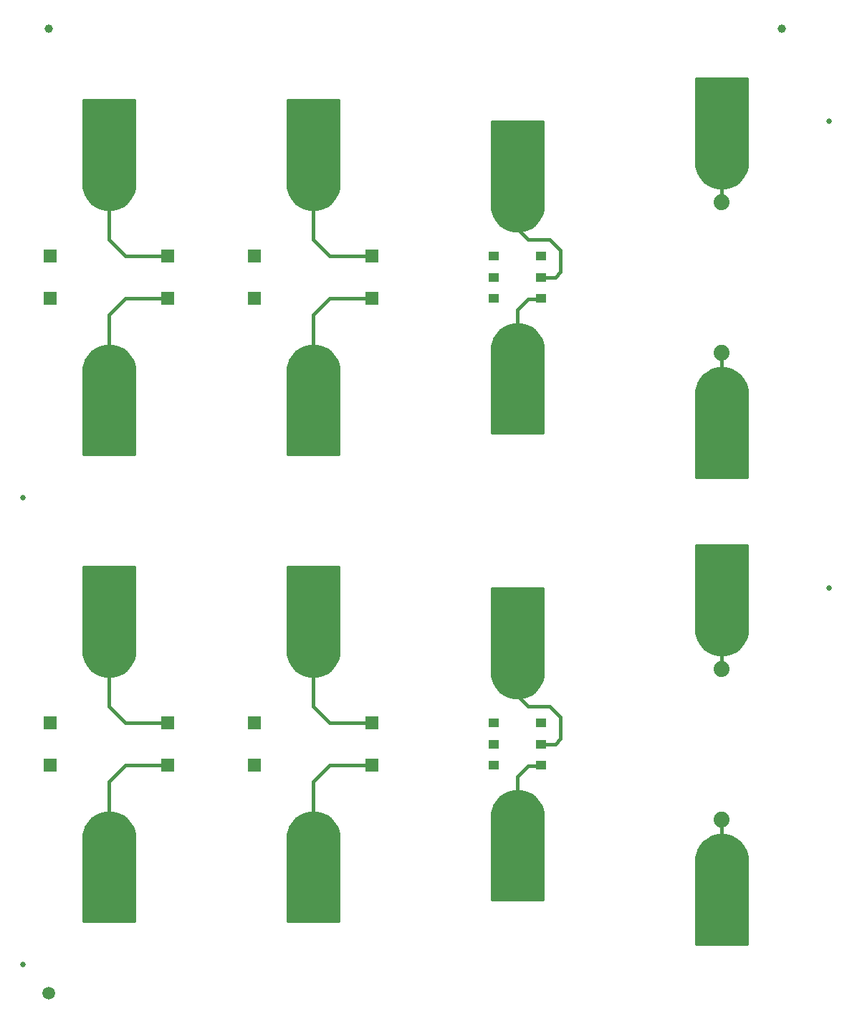
<source format=gtl>
G75*
%MOIN*%
%OFA0B0*%
%FSLAX25Y25*%
%IPPOS*%
%LPD*%
%AMOC8*
5,1,8,0,0,1.08239X$1,22.5*
%
%ADD10C,0.02500*%
%ADD11R,0.06299X0.06102*%
%ADD12C,0.07400*%
%ADD13R,0.04528X0.03937*%
%ADD14C,0.20000*%
%ADD15C,0.01000*%
%ADD16C,0.03937*%
%ADD17C,0.05906*%
%ADD18C,0.01600*%
%ADD19C,0.00800*%
D10*
X0043750Y0033750D03*
X0043750Y0250750D03*
X0418750Y0208750D03*
X0418750Y0425750D03*
D11*
X0206211Y0363093D03*
X0206211Y0343407D03*
X0151289Y0343407D03*
X0151289Y0363093D03*
X0111211Y0363093D03*
X0111211Y0343407D03*
X0056289Y0343407D03*
X0056289Y0363093D03*
X0056289Y0146093D03*
X0056289Y0126407D03*
X0111211Y0126407D03*
X0111211Y0146093D03*
X0151289Y0146093D03*
X0151289Y0126407D03*
X0206211Y0126407D03*
X0206211Y0146093D03*
D12*
X0368750Y0171250D03*
X0368750Y0101250D03*
X0368750Y0318250D03*
X0368750Y0388250D03*
D13*
X0284872Y0363093D03*
X0284872Y0353250D03*
X0284872Y0343407D03*
X0262628Y0343407D03*
X0262628Y0353250D03*
X0262628Y0363093D03*
X0262628Y0146093D03*
X0262628Y0136250D03*
X0262628Y0126407D03*
X0284872Y0126407D03*
X0284872Y0136250D03*
X0284872Y0146093D03*
D14*
X0273750Y0169750D03*
X0273750Y0192750D03*
X0273750Y0102750D03*
X0273750Y0079750D03*
X0368750Y0082250D03*
X0368750Y0059250D03*
X0368750Y0189750D03*
X0368750Y0212750D03*
X0368750Y0276250D03*
X0368750Y0299250D03*
X0273750Y0296750D03*
X0273750Y0319750D03*
X0273750Y0386750D03*
X0273750Y0409750D03*
X0368750Y0406750D03*
X0368750Y0429750D03*
X0178750Y0419750D03*
X0178750Y0396750D03*
X0178750Y0309750D03*
X0178750Y0286750D03*
X0178750Y0202750D03*
X0178750Y0179750D03*
X0178750Y0092750D03*
X0178750Y0069750D03*
X0083750Y0069750D03*
X0083750Y0092750D03*
X0083750Y0179750D03*
X0083750Y0202750D03*
X0083750Y0286750D03*
X0083750Y0309750D03*
X0083750Y0396750D03*
X0083750Y0419750D03*
D15*
X0071750Y0420166D02*
X0095750Y0420166D01*
X0095750Y0419168D02*
X0071750Y0419168D01*
X0071750Y0418169D02*
X0095750Y0418169D01*
X0095750Y0417171D02*
X0071750Y0417171D01*
X0071750Y0416172D02*
X0095750Y0416172D01*
X0095750Y0415174D02*
X0071750Y0415174D01*
X0071750Y0414175D02*
X0095750Y0414175D01*
X0095750Y0413177D02*
X0071750Y0413177D01*
X0071750Y0412178D02*
X0095750Y0412178D01*
X0095750Y0411180D02*
X0071750Y0411180D01*
X0071750Y0410181D02*
X0095750Y0410181D01*
X0095750Y0409183D02*
X0071750Y0409183D01*
X0071750Y0408184D02*
X0095750Y0408184D01*
X0095750Y0407186D02*
X0071750Y0407186D01*
X0071750Y0406187D02*
X0095750Y0406187D01*
X0095750Y0405189D02*
X0071750Y0405189D01*
X0071750Y0404190D02*
X0095750Y0404190D01*
X0095750Y0403192D02*
X0071750Y0403192D01*
X0071750Y0402193D02*
X0095750Y0402193D01*
X0095750Y0401195D02*
X0071750Y0401195D01*
X0071750Y0400196D02*
X0095750Y0400196D01*
X0095750Y0399198D02*
X0071750Y0399198D01*
X0071750Y0398199D02*
X0095750Y0398199D01*
X0095750Y0397201D02*
X0071750Y0397201D01*
X0071750Y0396750D02*
X0071872Y0395042D01*
X0072236Y0393369D01*
X0072834Y0391765D01*
X0073655Y0390262D01*
X0074681Y0388892D01*
X0075892Y0387681D01*
X0077262Y0386655D01*
X0078765Y0385834D01*
X0080369Y0385236D01*
X0082042Y0384872D01*
X0083750Y0384750D01*
X0085458Y0384872D01*
X0087131Y0385236D01*
X0088735Y0385834D01*
X0090238Y0386655D01*
X0091608Y0387681D01*
X0092819Y0388892D01*
X0093845Y0390262D01*
X0094666Y0391765D01*
X0095264Y0393369D01*
X0095628Y0395042D01*
X0095750Y0396750D01*
X0095750Y0435750D01*
X0071750Y0435750D01*
X0071750Y0396750D01*
X0071789Y0396202D02*
X0095711Y0396202D01*
X0095639Y0395204D02*
X0071861Y0395204D01*
X0072054Y0394205D02*
X0095446Y0394205D01*
X0095203Y0393207D02*
X0072297Y0393207D01*
X0072669Y0392208D02*
X0094831Y0392208D01*
X0094362Y0391210D02*
X0073138Y0391210D01*
X0073693Y0390211D02*
X0093807Y0390211D01*
X0093059Y0389213D02*
X0074441Y0389213D01*
X0075359Y0388214D02*
X0092141Y0388214D01*
X0090987Y0387216D02*
X0076513Y0387216D01*
X0078064Y0386217D02*
X0089436Y0386217D01*
X0087050Y0385219D02*
X0080450Y0385219D01*
X0071750Y0421165D02*
X0095750Y0421165D01*
X0095750Y0422163D02*
X0071750Y0422163D01*
X0071750Y0423162D02*
X0095750Y0423162D01*
X0095750Y0424160D02*
X0071750Y0424160D01*
X0071750Y0425159D02*
X0095750Y0425159D01*
X0095750Y0426158D02*
X0071750Y0426158D01*
X0071750Y0427156D02*
X0095750Y0427156D01*
X0095750Y0428155D02*
X0071750Y0428155D01*
X0071750Y0429153D02*
X0095750Y0429153D01*
X0095750Y0430152D02*
X0071750Y0430152D01*
X0071750Y0431150D02*
X0095750Y0431150D01*
X0095750Y0432149D02*
X0071750Y0432149D01*
X0071750Y0433147D02*
X0095750Y0433147D01*
X0095750Y0434146D02*
X0071750Y0434146D01*
X0071750Y0435144D02*
X0095750Y0435144D01*
X0166750Y0435144D02*
X0190750Y0435144D01*
X0190750Y0435750D02*
X0166750Y0435750D01*
X0166750Y0396750D01*
X0166872Y0395042D01*
X0167236Y0393369D01*
X0167834Y0391765D01*
X0168655Y0390262D01*
X0169681Y0388892D01*
X0170892Y0387681D01*
X0172262Y0386655D01*
X0173765Y0385834D01*
X0175369Y0385236D01*
X0177042Y0384872D01*
X0178750Y0384750D01*
X0180458Y0384872D01*
X0182131Y0385236D01*
X0183735Y0385834D01*
X0185238Y0386655D01*
X0186608Y0387681D01*
X0187819Y0388892D01*
X0188845Y0390262D01*
X0189666Y0391765D01*
X0190264Y0393369D01*
X0190628Y0395042D01*
X0190750Y0396750D01*
X0190750Y0435750D01*
X0190750Y0434146D02*
X0166750Y0434146D01*
X0166750Y0433147D02*
X0190750Y0433147D01*
X0190750Y0432149D02*
X0166750Y0432149D01*
X0166750Y0431150D02*
X0190750Y0431150D01*
X0190750Y0430152D02*
X0166750Y0430152D01*
X0166750Y0429153D02*
X0190750Y0429153D01*
X0190750Y0428155D02*
X0166750Y0428155D01*
X0166750Y0427156D02*
X0190750Y0427156D01*
X0190750Y0426158D02*
X0166750Y0426158D01*
X0166750Y0425159D02*
X0190750Y0425159D01*
X0190750Y0424160D02*
X0166750Y0424160D01*
X0166750Y0423162D02*
X0190750Y0423162D01*
X0190750Y0422163D02*
X0166750Y0422163D01*
X0166750Y0421165D02*
X0190750Y0421165D01*
X0190750Y0420166D02*
X0166750Y0420166D01*
X0166750Y0419168D02*
X0190750Y0419168D01*
X0190750Y0418169D02*
X0166750Y0418169D01*
X0166750Y0417171D02*
X0190750Y0417171D01*
X0190750Y0416172D02*
X0166750Y0416172D01*
X0166750Y0415174D02*
X0190750Y0415174D01*
X0190750Y0414175D02*
X0166750Y0414175D01*
X0166750Y0413177D02*
X0190750Y0413177D01*
X0190750Y0412178D02*
X0166750Y0412178D01*
X0166750Y0411180D02*
X0190750Y0411180D01*
X0190750Y0410181D02*
X0166750Y0410181D01*
X0166750Y0409183D02*
X0190750Y0409183D01*
X0190750Y0408184D02*
X0166750Y0408184D01*
X0166750Y0407186D02*
X0190750Y0407186D01*
X0190750Y0406187D02*
X0166750Y0406187D01*
X0166750Y0405189D02*
X0190750Y0405189D01*
X0190750Y0404190D02*
X0166750Y0404190D01*
X0166750Y0403192D02*
X0190750Y0403192D01*
X0190750Y0402193D02*
X0166750Y0402193D01*
X0166750Y0401195D02*
X0190750Y0401195D01*
X0190750Y0400196D02*
X0166750Y0400196D01*
X0166750Y0399198D02*
X0190750Y0399198D01*
X0190750Y0398199D02*
X0166750Y0398199D01*
X0166750Y0397201D02*
X0190750Y0397201D01*
X0190711Y0396202D02*
X0166789Y0396202D01*
X0166861Y0395204D02*
X0190639Y0395204D01*
X0190446Y0394205D02*
X0167054Y0394205D01*
X0167297Y0393207D02*
X0190203Y0393207D01*
X0189831Y0392208D02*
X0167669Y0392208D01*
X0168138Y0391210D02*
X0189362Y0391210D01*
X0188807Y0390211D02*
X0168693Y0390211D01*
X0169441Y0389213D02*
X0188059Y0389213D01*
X0187141Y0388214D02*
X0170359Y0388214D01*
X0171513Y0387216D02*
X0185987Y0387216D01*
X0184436Y0386217D02*
X0173064Y0386217D01*
X0175450Y0385219D02*
X0182050Y0385219D01*
X0178750Y0321750D02*
X0180458Y0321628D01*
X0182131Y0321264D01*
X0183735Y0320666D01*
X0185238Y0319845D01*
X0186608Y0318819D01*
X0187819Y0317608D01*
X0188845Y0316238D01*
X0189666Y0314735D01*
X0190264Y0313131D01*
X0190628Y0311458D01*
X0190750Y0309750D01*
X0190750Y0270750D01*
X0166750Y0270750D01*
X0166750Y0309750D01*
X0166872Y0311458D01*
X0167236Y0313131D01*
X0167834Y0314735D01*
X0168655Y0316238D01*
X0169681Y0317608D01*
X0170892Y0318819D01*
X0172262Y0319845D01*
X0173765Y0320666D01*
X0175369Y0321264D01*
X0177042Y0321628D01*
X0178750Y0321750D01*
X0175599Y0321314D02*
X0181901Y0321314D01*
X0184376Y0320315D02*
X0173124Y0320315D01*
X0171557Y0319317D02*
X0185943Y0319317D01*
X0187109Y0318318D02*
X0170391Y0318318D01*
X0169465Y0317320D02*
X0188035Y0317320D01*
X0188782Y0316321D02*
X0168718Y0316321D01*
X0168155Y0315323D02*
X0189345Y0315323D01*
X0189819Y0314324D02*
X0167681Y0314324D01*
X0167309Y0313326D02*
X0190191Y0313326D01*
X0190439Y0312327D02*
X0167061Y0312327D01*
X0166863Y0311329D02*
X0190637Y0311329D01*
X0190709Y0310330D02*
X0166791Y0310330D01*
X0166750Y0309332D02*
X0190750Y0309332D01*
X0190750Y0308333D02*
X0166750Y0308333D01*
X0166750Y0307335D02*
X0190750Y0307335D01*
X0190750Y0306336D02*
X0166750Y0306336D01*
X0166750Y0305338D02*
X0190750Y0305338D01*
X0190750Y0304339D02*
X0166750Y0304339D01*
X0166750Y0303341D02*
X0190750Y0303341D01*
X0190750Y0302342D02*
X0166750Y0302342D01*
X0166750Y0301344D02*
X0190750Y0301344D01*
X0190750Y0300345D02*
X0166750Y0300345D01*
X0166750Y0299347D02*
X0190750Y0299347D01*
X0190750Y0298348D02*
X0166750Y0298348D01*
X0166750Y0297350D02*
X0190750Y0297350D01*
X0190750Y0296351D02*
X0166750Y0296351D01*
X0166750Y0295353D02*
X0190750Y0295353D01*
X0190750Y0294354D02*
X0166750Y0294354D01*
X0166750Y0293355D02*
X0190750Y0293355D01*
X0190750Y0292357D02*
X0166750Y0292357D01*
X0166750Y0291358D02*
X0190750Y0291358D01*
X0190750Y0290360D02*
X0166750Y0290360D01*
X0166750Y0289361D02*
X0190750Y0289361D01*
X0190750Y0288363D02*
X0166750Y0288363D01*
X0166750Y0287364D02*
X0190750Y0287364D01*
X0190750Y0286366D02*
X0166750Y0286366D01*
X0166750Y0285367D02*
X0190750Y0285367D01*
X0190750Y0284369D02*
X0166750Y0284369D01*
X0166750Y0283370D02*
X0190750Y0283370D01*
X0190750Y0282372D02*
X0166750Y0282372D01*
X0166750Y0281373D02*
X0190750Y0281373D01*
X0190750Y0280375D02*
X0166750Y0280375D01*
X0166750Y0279376D02*
X0190750Y0279376D01*
X0190750Y0278378D02*
X0166750Y0278378D01*
X0166750Y0277379D02*
X0190750Y0277379D01*
X0190750Y0276381D02*
X0166750Y0276381D01*
X0166750Y0275382D02*
X0190750Y0275382D01*
X0190750Y0274384D02*
X0166750Y0274384D01*
X0166750Y0273385D02*
X0190750Y0273385D01*
X0190750Y0272387D02*
X0166750Y0272387D01*
X0166750Y0271388D02*
X0190750Y0271388D01*
X0190750Y0218750D02*
X0166750Y0218750D01*
X0166750Y0179750D01*
X0166872Y0178042D01*
X0167236Y0176369D01*
X0167834Y0174765D01*
X0168655Y0173262D01*
X0169681Y0171892D01*
X0170892Y0170681D01*
X0172262Y0169655D01*
X0173765Y0168834D01*
X0175369Y0168236D01*
X0177042Y0167872D01*
X0178750Y0167750D01*
X0180458Y0167872D01*
X0182131Y0168236D01*
X0183735Y0168834D01*
X0185238Y0169655D01*
X0186608Y0170681D01*
X0187819Y0171892D01*
X0188845Y0173262D01*
X0189666Y0174765D01*
X0190264Y0176369D01*
X0190628Y0178042D01*
X0190750Y0179750D01*
X0190750Y0218750D01*
X0190750Y0218467D02*
X0166750Y0218467D01*
X0166750Y0217469D02*
X0190750Y0217469D01*
X0190750Y0216470D02*
X0166750Y0216470D01*
X0166750Y0215472D02*
X0190750Y0215472D01*
X0190750Y0214473D02*
X0166750Y0214473D01*
X0166750Y0213475D02*
X0190750Y0213475D01*
X0190750Y0212476D02*
X0166750Y0212476D01*
X0166750Y0211478D02*
X0190750Y0211478D01*
X0190750Y0210479D02*
X0166750Y0210479D01*
X0166750Y0209481D02*
X0190750Y0209481D01*
X0190750Y0208482D02*
X0166750Y0208482D01*
X0166750Y0207484D02*
X0190750Y0207484D01*
X0190750Y0206485D02*
X0166750Y0206485D01*
X0166750Y0205487D02*
X0190750Y0205487D01*
X0190750Y0204488D02*
X0166750Y0204488D01*
X0166750Y0203489D02*
X0190750Y0203489D01*
X0190750Y0202491D02*
X0166750Y0202491D01*
X0166750Y0201492D02*
X0190750Y0201492D01*
X0190750Y0200494D02*
X0166750Y0200494D01*
X0166750Y0199495D02*
X0190750Y0199495D01*
X0190750Y0198497D02*
X0166750Y0198497D01*
X0166750Y0197498D02*
X0190750Y0197498D01*
X0190750Y0196500D02*
X0166750Y0196500D01*
X0166750Y0195501D02*
X0190750Y0195501D01*
X0190750Y0194503D02*
X0166750Y0194503D01*
X0166750Y0193504D02*
X0190750Y0193504D01*
X0190750Y0192506D02*
X0166750Y0192506D01*
X0166750Y0191507D02*
X0190750Y0191507D01*
X0190750Y0190509D02*
X0166750Y0190509D01*
X0166750Y0189510D02*
X0190750Y0189510D01*
X0190750Y0188512D02*
X0166750Y0188512D01*
X0166750Y0187513D02*
X0190750Y0187513D01*
X0190750Y0186515D02*
X0166750Y0186515D01*
X0166750Y0185516D02*
X0190750Y0185516D01*
X0190750Y0184518D02*
X0166750Y0184518D01*
X0166750Y0183519D02*
X0190750Y0183519D01*
X0190750Y0182521D02*
X0166750Y0182521D01*
X0166750Y0181522D02*
X0190750Y0181522D01*
X0190750Y0180524D02*
X0166750Y0180524D01*
X0166766Y0179525D02*
X0190734Y0179525D01*
X0190662Y0178527D02*
X0166837Y0178527D01*
X0166984Y0177528D02*
X0190516Y0177528D01*
X0190299Y0176530D02*
X0167201Y0176530D01*
X0167549Y0175531D02*
X0189951Y0175531D01*
X0189539Y0174533D02*
X0167961Y0174533D01*
X0168507Y0173534D02*
X0188993Y0173534D01*
X0188301Y0172536D02*
X0169199Y0172536D01*
X0170036Y0171537D02*
X0187464Y0171537D01*
X0186418Y0170539D02*
X0171082Y0170539D01*
X0172473Y0169540D02*
X0185027Y0169540D01*
X0182950Y0168542D02*
X0174550Y0168542D01*
X0178750Y0104750D02*
X0180458Y0104628D01*
X0182131Y0104264D01*
X0183735Y0103666D01*
X0185238Y0102845D01*
X0186608Y0101819D01*
X0187819Y0100608D01*
X0188845Y0099238D01*
X0189666Y0097735D01*
X0190264Y0096131D01*
X0190628Y0094458D01*
X0190750Y0092750D01*
X0190750Y0053750D01*
X0166750Y0053750D01*
X0166750Y0092750D01*
X0166872Y0094458D01*
X0167236Y0096131D01*
X0167834Y0097735D01*
X0168655Y0099238D01*
X0169681Y0100608D01*
X0170892Y0101819D01*
X0172262Y0102845D01*
X0173765Y0103666D01*
X0175369Y0104264D01*
X0177042Y0104628D01*
X0178750Y0104750D01*
X0177168Y0104637D02*
X0180332Y0104637D01*
X0183785Y0103638D02*
X0173715Y0103638D01*
X0171988Y0102640D02*
X0185512Y0102640D01*
X0186786Y0101641D02*
X0170714Y0101641D01*
X0169715Y0100643D02*
X0187785Y0100643D01*
X0188541Y0099644D02*
X0168959Y0099644D01*
X0168332Y0098646D02*
X0189168Y0098646D01*
X0189698Y0097647D02*
X0167802Y0097647D01*
X0167429Y0096649D02*
X0190071Y0096649D01*
X0190368Y0095650D02*
X0167132Y0095650D01*
X0166914Y0094652D02*
X0190586Y0094652D01*
X0190685Y0093653D02*
X0166815Y0093653D01*
X0166750Y0092655D02*
X0190750Y0092655D01*
X0190750Y0091656D02*
X0166750Y0091656D01*
X0166750Y0090658D02*
X0190750Y0090658D01*
X0190750Y0089659D02*
X0166750Y0089659D01*
X0166750Y0088661D02*
X0190750Y0088661D01*
X0190750Y0087662D02*
X0166750Y0087662D01*
X0166750Y0086664D02*
X0190750Y0086664D01*
X0190750Y0085665D02*
X0166750Y0085665D01*
X0166750Y0084667D02*
X0190750Y0084667D01*
X0190750Y0083668D02*
X0166750Y0083668D01*
X0166750Y0082670D02*
X0190750Y0082670D01*
X0190750Y0081671D02*
X0166750Y0081671D01*
X0166750Y0080673D02*
X0190750Y0080673D01*
X0190750Y0079674D02*
X0166750Y0079674D01*
X0166750Y0078676D02*
X0190750Y0078676D01*
X0190750Y0077677D02*
X0166750Y0077677D01*
X0166750Y0076679D02*
X0190750Y0076679D01*
X0190750Y0075680D02*
X0166750Y0075680D01*
X0166750Y0074682D02*
X0190750Y0074682D01*
X0190750Y0073683D02*
X0166750Y0073683D01*
X0166750Y0072684D02*
X0190750Y0072684D01*
X0190750Y0071686D02*
X0166750Y0071686D01*
X0166750Y0070687D02*
X0190750Y0070687D01*
X0190750Y0069689D02*
X0166750Y0069689D01*
X0166750Y0068690D02*
X0190750Y0068690D01*
X0190750Y0067692D02*
X0166750Y0067692D01*
X0166750Y0066693D02*
X0190750Y0066693D01*
X0190750Y0065695D02*
X0166750Y0065695D01*
X0166750Y0064696D02*
X0190750Y0064696D01*
X0190750Y0063698D02*
X0166750Y0063698D01*
X0166750Y0062699D02*
X0190750Y0062699D01*
X0190750Y0061701D02*
X0166750Y0061701D01*
X0166750Y0060702D02*
X0190750Y0060702D01*
X0190750Y0059704D02*
X0166750Y0059704D01*
X0166750Y0058705D02*
X0190750Y0058705D01*
X0190750Y0057707D02*
X0166750Y0057707D01*
X0166750Y0056708D02*
X0190750Y0056708D01*
X0190750Y0055710D02*
X0166750Y0055710D01*
X0166750Y0054711D02*
X0190750Y0054711D01*
X0261750Y0063750D02*
X0285750Y0063750D01*
X0285750Y0102750D01*
X0285628Y0104458D01*
X0285264Y0106131D01*
X0284666Y0107735D01*
X0283845Y0109238D01*
X0282819Y0110608D01*
X0281608Y0111819D01*
X0280238Y0112845D01*
X0278735Y0113666D01*
X0277131Y0114264D01*
X0275458Y0114628D01*
X0273750Y0114750D01*
X0272042Y0114628D01*
X0270369Y0114264D01*
X0268765Y0113666D01*
X0267262Y0112845D01*
X0265892Y0111819D01*
X0264681Y0110608D01*
X0263655Y0109238D01*
X0262834Y0107735D01*
X0262236Y0106131D01*
X0261872Y0104458D01*
X0261750Y0102750D01*
X0261750Y0063750D01*
X0261750Y0064696D02*
X0285750Y0064696D01*
X0285750Y0065695D02*
X0261750Y0065695D01*
X0261750Y0066693D02*
X0285750Y0066693D01*
X0285750Y0067692D02*
X0261750Y0067692D01*
X0261750Y0068690D02*
X0285750Y0068690D01*
X0285750Y0069689D02*
X0261750Y0069689D01*
X0261750Y0070687D02*
X0285750Y0070687D01*
X0285750Y0071686D02*
X0261750Y0071686D01*
X0261750Y0072684D02*
X0285750Y0072684D01*
X0285750Y0073683D02*
X0261750Y0073683D01*
X0261750Y0074682D02*
X0285750Y0074682D01*
X0285750Y0075680D02*
X0261750Y0075680D01*
X0261750Y0076679D02*
X0285750Y0076679D01*
X0285750Y0077677D02*
X0261750Y0077677D01*
X0261750Y0078676D02*
X0285750Y0078676D01*
X0285750Y0079674D02*
X0261750Y0079674D01*
X0261750Y0080673D02*
X0285750Y0080673D01*
X0285750Y0081671D02*
X0261750Y0081671D01*
X0261750Y0082670D02*
X0285750Y0082670D01*
X0285750Y0083668D02*
X0261750Y0083668D01*
X0261750Y0084667D02*
X0285750Y0084667D01*
X0285750Y0085665D02*
X0261750Y0085665D01*
X0261750Y0086664D02*
X0285750Y0086664D01*
X0285750Y0087662D02*
X0261750Y0087662D01*
X0261750Y0088661D02*
X0285750Y0088661D01*
X0285750Y0089659D02*
X0261750Y0089659D01*
X0261750Y0090658D02*
X0285750Y0090658D01*
X0285750Y0091656D02*
X0261750Y0091656D01*
X0261750Y0092655D02*
X0285750Y0092655D01*
X0285750Y0093653D02*
X0261750Y0093653D01*
X0261750Y0094652D02*
X0285750Y0094652D01*
X0285750Y0095650D02*
X0261750Y0095650D01*
X0261750Y0096649D02*
X0285750Y0096649D01*
X0285750Y0097647D02*
X0261750Y0097647D01*
X0261750Y0098646D02*
X0285750Y0098646D01*
X0285750Y0099644D02*
X0261750Y0099644D01*
X0261750Y0100643D02*
X0285750Y0100643D01*
X0285750Y0101641D02*
X0261750Y0101641D01*
X0261750Y0102640D02*
X0285750Y0102640D01*
X0285686Y0103638D02*
X0261814Y0103638D01*
X0261911Y0104637D02*
X0285589Y0104637D01*
X0285372Y0105635D02*
X0262128Y0105635D01*
X0262424Y0106634D02*
X0285076Y0106634D01*
X0284704Y0107632D02*
X0262796Y0107632D01*
X0263324Y0108631D02*
X0284176Y0108631D01*
X0283552Y0109629D02*
X0263948Y0109629D01*
X0264701Y0110628D02*
X0282799Y0110628D01*
X0281801Y0111626D02*
X0265699Y0111626D01*
X0266968Y0112625D02*
X0280532Y0112625D01*
X0278812Y0113623D02*
X0268688Y0113623D01*
X0272015Y0114622D02*
X0275485Y0114622D01*
X0273750Y0157750D02*
X0272042Y0157872D01*
X0270369Y0158236D01*
X0268765Y0158834D01*
X0267262Y0159655D01*
X0265892Y0160681D01*
X0264681Y0161892D01*
X0263655Y0163262D01*
X0262834Y0164765D01*
X0262236Y0166369D01*
X0261872Y0168042D01*
X0261750Y0169750D01*
X0261750Y0208750D01*
X0285750Y0208750D01*
X0285750Y0169750D01*
X0285628Y0168042D01*
X0285264Y0166369D01*
X0284666Y0164765D01*
X0283845Y0163262D01*
X0282819Y0161892D01*
X0281608Y0160681D01*
X0280238Y0159655D01*
X0278735Y0158834D01*
X0277131Y0158236D01*
X0275458Y0157872D01*
X0273750Y0157750D01*
X0269510Y0158556D02*
X0277990Y0158556D01*
X0280055Y0159555D02*
X0267445Y0159555D01*
X0266062Y0160553D02*
X0281438Y0160553D01*
X0282479Y0161552D02*
X0265021Y0161552D01*
X0264188Y0162551D02*
X0283312Y0162551D01*
X0284002Y0163549D02*
X0263498Y0163549D01*
X0262953Y0164548D02*
X0284547Y0164548D01*
X0284957Y0165546D02*
X0262543Y0165546D01*
X0262198Y0166545D02*
X0285302Y0166545D01*
X0285519Y0167543D02*
X0261981Y0167543D01*
X0261836Y0168542D02*
X0285664Y0168542D01*
X0285735Y0169540D02*
X0261765Y0169540D01*
X0261750Y0170539D02*
X0285750Y0170539D01*
X0285750Y0171537D02*
X0261750Y0171537D01*
X0261750Y0172536D02*
X0285750Y0172536D01*
X0285750Y0173534D02*
X0261750Y0173534D01*
X0261750Y0174533D02*
X0285750Y0174533D01*
X0285750Y0175531D02*
X0261750Y0175531D01*
X0261750Y0176530D02*
X0285750Y0176530D01*
X0285750Y0177528D02*
X0261750Y0177528D01*
X0261750Y0178527D02*
X0285750Y0178527D01*
X0285750Y0179525D02*
X0261750Y0179525D01*
X0261750Y0180524D02*
X0285750Y0180524D01*
X0285750Y0181522D02*
X0261750Y0181522D01*
X0261750Y0182521D02*
X0285750Y0182521D01*
X0285750Y0183519D02*
X0261750Y0183519D01*
X0261750Y0184518D02*
X0285750Y0184518D01*
X0285750Y0185516D02*
X0261750Y0185516D01*
X0261750Y0186515D02*
X0285750Y0186515D01*
X0285750Y0187513D02*
X0261750Y0187513D01*
X0261750Y0188512D02*
X0285750Y0188512D01*
X0285750Y0189510D02*
X0261750Y0189510D01*
X0261750Y0190509D02*
X0285750Y0190509D01*
X0285750Y0191507D02*
X0261750Y0191507D01*
X0261750Y0192506D02*
X0285750Y0192506D01*
X0285750Y0193504D02*
X0261750Y0193504D01*
X0261750Y0194503D02*
X0285750Y0194503D01*
X0285750Y0195501D02*
X0261750Y0195501D01*
X0261750Y0196500D02*
X0285750Y0196500D01*
X0285750Y0197498D02*
X0261750Y0197498D01*
X0261750Y0198497D02*
X0285750Y0198497D01*
X0285750Y0199495D02*
X0261750Y0199495D01*
X0261750Y0200494D02*
X0285750Y0200494D01*
X0285750Y0201492D02*
X0261750Y0201492D01*
X0261750Y0202491D02*
X0285750Y0202491D01*
X0285750Y0203489D02*
X0261750Y0203489D01*
X0261750Y0204488D02*
X0285750Y0204488D01*
X0285750Y0205487D02*
X0261750Y0205487D01*
X0261750Y0206485D02*
X0285750Y0206485D01*
X0285750Y0207484D02*
X0261750Y0207484D01*
X0261750Y0208482D02*
X0285750Y0208482D01*
X0356750Y0208482D02*
X0380750Y0208482D01*
X0380750Y0207484D02*
X0356750Y0207484D01*
X0356750Y0206485D02*
X0380750Y0206485D01*
X0380750Y0205487D02*
X0356750Y0205487D01*
X0356750Y0204488D02*
X0380750Y0204488D01*
X0380750Y0203489D02*
X0356750Y0203489D01*
X0356750Y0202491D02*
X0380750Y0202491D01*
X0380750Y0201492D02*
X0356750Y0201492D01*
X0356750Y0200494D02*
X0380750Y0200494D01*
X0380750Y0199495D02*
X0356750Y0199495D01*
X0356750Y0198497D02*
X0380750Y0198497D01*
X0380750Y0197498D02*
X0356750Y0197498D01*
X0356750Y0196500D02*
X0380750Y0196500D01*
X0380750Y0195501D02*
X0356750Y0195501D01*
X0356750Y0194503D02*
X0380750Y0194503D01*
X0380750Y0193504D02*
X0356750Y0193504D01*
X0356750Y0192506D02*
X0380750Y0192506D01*
X0380750Y0191507D02*
X0356750Y0191507D01*
X0356750Y0190509D02*
X0380750Y0190509D01*
X0380750Y0189750D02*
X0380750Y0228750D01*
X0356750Y0228750D01*
X0356750Y0189750D01*
X0356872Y0188042D01*
X0357236Y0186369D01*
X0357834Y0184765D01*
X0358655Y0183262D01*
X0359681Y0181892D01*
X0360892Y0180681D01*
X0362262Y0179655D01*
X0363765Y0178834D01*
X0365369Y0178236D01*
X0367042Y0177872D01*
X0368750Y0177750D01*
X0370458Y0177872D01*
X0372131Y0178236D01*
X0373735Y0178834D01*
X0375238Y0179655D01*
X0376608Y0180681D01*
X0377819Y0181892D01*
X0378845Y0183262D01*
X0379666Y0184765D01*
X0380264Y0186369D01*
X0380628Y0188042D01*
X0380750Y0189750D01*
X0380733Y0189510D02*
X0356767Y0189510D01*
X0356839Y0188512D02*
X0380661Y0188512D01*
X0380513Y0187513D02*
X0356987Y0187513D01*
X0357204Y0186515D02*
X0380296Y0186515D01*
X0379946Y0185516D02*
X0357554Y0185516D01*
X0357969Y0184518D02*
X0379531Y0184518D01*
X0378985Y0183519D02*
X0358515Y0183519D01*
X0359210Y0182521D02*
X0378290Y0182521D01*
X0377450Y0181522D02*
X0360050Y0181522D01*
X0361102Y0180524D02*
X0376398Y0180524D01*
X0375000Y0179525D02*
X0362500Y0179525D01*
X0364590Y0178527D02*
X0372910Y0178527D01*
X0380750Y0209481D02*
X0356750Y0209481D01*
X0356750Y0210479D02*
X0380750Y0210479D01*
X0380750Y0211478D02*
X0356750Y0211478D01*
X0356750Y0212476D02*
X0380750Y0212476D01*
X0380750Y0213475D02*
X0356750Y0213475D01*
X0356750Y0214473D02*
X0380750Y0214473D01*
X0380750Y0215472D02*
X0356750Y0215472D01*
X0356750Y0216470D02*
X0380750Y0216470D01*
X0380750Y0217469D02*
X0356750Y0217469D01*
X0356750Y0218467D02*
X0380750Y0218467D01*
X0380750Y0219466D02*
X0356750Y0219466D01*
X0356750Y0220464D02*
X0380750Y0220464D01*
X0380750Y0221463D02*
X0356750Y0221463D01*
X0356750Y0222461D02*
X0380750Y0222461D01*
X0380750Y0223460D02*
X0356750Y0223460D01*
X0356750Y0224458D02*
X0380750Y0224458D01*
X0380750Y0225457D02*
X0356750Y0225457D01*
X0356750Y0226455D02*
X0380750Y0226455D01*
X0380750Y0227454D02*
X0356750Y0227454D01*
X0356750Y0228452D02*
X0380750Y0228452D01*
X0380750Y0260250D02*
X0356750Y0260250D01*
X0356750Y0299250D01*
X0356872Y0300958D01*
X0357236Y0302631D01*
X0357834Y0304235D01*
X0358655Y0305738D01*
X0359681Y0307108D01*
X0360892Y0308319D01*
X0362262Y0309345D01*
X0363765Y0310166D01*
X0365369Y0310764D01*
X0367042Y0311128D01*
X0368750Y0311250D01*
X0370458Y0311128D01*
X0372131Y0310764D01*
X0373735Y0310166D01*
X0375238Y0309345D01*
X0376608Y0308319D01*
X0377819Y0307108D01*
X0378845Y0305738D01*
X0379666Y0304235D01*
X0380264Y0302631D01*
X0380628Y0300958D01*
X0380750Y0299250D01*
X0380750Y0260250D01*
X0380750Y0260405D02*
X0356750Y0260405D01*
X0356750Y0261403D02*
X0380750Y0261403D01*
X0380750Y0262402D02*
X0356750Y0262402D01*
X0356750Y0263400D02*
X0380750Y0263400D01*
X0380750Y0264399D02*
X0356750Y0264399D01*
X0356750Y0265397D02*
X0380750Y0265397D01*
X0380750Y0266396D02*
X0356750Y0266396D01*
X0356750Y0267394D02*
X0380750Y0267394D01*
X0380750Y0268393D02*
X0356750Y0268393D01*
X0356750Y0269391D02*
X0380750Y0269391D01*
X0380750Y0270390D02*
X0356750Y0270390D01*
X0356750Y0271388D02*
X0380750Y0271388D01*
X0380750Y0272387D02*
X0356750Y0272387D01*
X0356750Y0273385D02*
X0380750Y0273385D01*
X0380750Y0274384D02*
X0356750Y0274384D01*
X0356750Y0275382D02*
X0380750Y0275382D01*
X0380750Y0276381D02*
X0356750Y0276381D01*
X0356750Y0277379D02*
X0380750Y0277379D01*
X0380750Y0278378D02*
X0356750Y0278378D01*
X0356750Y0279376D02*
X0380750Y0279376D01*
X0380750Y0280375D02*
X0356750Y0280375D01*
X0356750Y0281373D02*
X0380750Y0281373D01*
X0380750Y0282372D02*
X0356750Y0282372D01*
X0356750Y0283370D02*
X0380750Y0283370D01*
X0380750Y0284369D02*
X0356750Y0284369D01*
X0356750Y0285367D02*
X0380750Y0285367D01*
X0380750Y0286366D02*
X0356750Y0286366D01*
X0356750Y0287364D02*
X0380750Y0287364D01*
X0380750Y0288363D02*
X0356750Y0288363D01*
X0356750Y0289361D02*
X0380750Y0289361D01*
X0380750Y0290360D02*
X0356750Y0290360D01*
X0356750Y0291358D02*
X0380750Y0291358D01*
X0380750Y0292357D02*
X0356750Y0292357D01*
X0356750Y0293355D02*
X0380750Y0293355D01*
X0380750Y0294354D02*
X0356750Y0294354D01*
X0356750Y0295353D02*
X0380750Y0295353D01*
X0380750Y0296351D02*
X0356750Y0296351D01*
X0356750Y0297350D02*
X0380750Y0297350D01*
X0380750Y0298348D02*
X0356750Y0298348D01*
X0356757Y0299347D02*
X0380743Y0299347D01*
X0380672Y0300345D02*
X0356828Y0300345D01*
X0356956Y0301344D02*
X0380544Y0301344D01*
X0380327Y0302342D02*
X0357173Y0302342D01*
X0357501Y0303341D02*
X0379999Y0303341D01*
X0379609Y0304339D02*
X0357891Y0304339D01*
X0358437Y0305338D02*
X0379063Y0305338D01*
X0378397Y0306336D02*
X0359103Y0306336D01*
X0359907Y0307335D02*
X0377593Y0307335D01*
X0376589Y0308333D02*
X0360911Y0308333D01*
X0362244Y0309332D02*
X0375256Y0309332D01*
X0373294Y0310330D02*
X0364206Y0310330D01*
X0285750Y0310330D02*
X0261750Y0310330D01*
X0261750Y0309332D02*
X0285750Y0309332D01*
X0285750Y0308333D02*
X0261750Y0308333D01*
X0261750Y0307335D02*
X0285750Y0307335D01*
X0285750Y0306336D02*
X0261750Y0306336D01*
X0261750Y0305338D02*
X0285750Y0305338D01*
X0285750Y0304339D02*
X0261750Y0304339D01*
X0261750Y0303341D02*
X0285750Y0303341D01*
X0285750Y0302342D02*
X0261750Y0302342D01*
X0261750Y0301344D02*
X0285750Y0301344D01*
X0285750Y0300345D02*
X0261750Y0300345D01*
X0261750Y0299347D02*
X0285750Y0299347D01*
X0285750Y0298348D02*
X0261750Y0298348D01*
X0261750Y0297350D02*
X0285750Y0297350D01*
X0285750Y0296351D02*
X0261750Y0296351D01*
X0261750Y0295353D02*
X0285750Y0295353D01*
X0285750Y0294354D02*
X0261750Y0294354D01*
X0261750Y0293355D02*
X0285750Y0293355D01*
X0285750Y0292357D02*
X0261750Y0292357D01*
X0261750Y0291358D02*
X0285750Y0291358D01*
X0285750Y0290360D02*
X0261750Y0290360D01*
X0261750Y0289361D02*
X0285750Y0289361D01*
X0285750Y0288363D02*
X0261750Y0288363D01*
X0261750Y0287364D02*
X0285750Y0287364D01*
X0285750Y0286366D02*
X0261750Y0286366D01*
X0261750Y0285367D02*
X0285750Y0285367D01*
X0285750Y0284369D02*
X0261750Y0284369D01*
X0261750Y0283370D02*
X0285750Y0283370D01*
X0285750Y0282372D02*
X0261750Y0282372D01*
X0261750Y0281373D02*
X0285750Y0281373D01*
X0285750Y0280750D02*
X0285750Y0319750D01*
X0285628Y0321458D01*
X0285264Y0323131D01*
X0284666Y0324735D01*
X0283845Y0326238D01*
X0282819Y0327608D01*
X0281608Y0328819D01*
X0280238Y0329845D01*
X0278735Y0330666D01*
X0277131Y0331264D01*
X0275458Y0331628D01*
X0273750Y0331750D01*
X0272042Y0331628D01*
X0270369Y0331264D01*
X0268765Y0330666D01*
X0267262Y0329845D01*
X0265892Y0328819D01*
X0264681Y0327608D01*
X0263655Y0326238D01*
X0262834Y0324735D01*
X0262236Y0323131D01*
X0261872Y0321458D01*
X0261750Y0319750D01*
X0261750Y0280750D01*
X0285750Y0280750D01*
X0285750Y0311329D02*
X0261750Y0311329D01*
X0261750Y0312327D02*
X0285750Y0312327D01*
X0285750Y0313326D02*
X0261750Y0313326D01*
X0261750Y0314324D02*
X0285750Y0314324D01*
X0285750Y0315323D02*
X0261750Y0315323D01*
X0261750Y0316321D02*
X0285750Y0316321D01*
X0285750Y0317320D02*
X0261750Y0317320D01*
X0261750Y0318318D02*
X0285750Y0318318D01*
X0285750Y0319317D02*
X0261750Y0319317D01*
X0261790Y0320315D02*
X0285710Y0320315D01*
X0285638Y0321314D02*
X0261862Y0321314D01*
X0262058Y0322312D02*
X0285442Y0322312D01*
X0285197Y0323311D02*
X0262303Y0323311D01*
X0262676Y0324309D02*
X0284824Y0324309D01*
X0284353Y0325308D02*
X0263147Y0325308D01*
X0263706Y0326306D02*
X0283794Y0326306D01*
X0283046Y0327305D02*
X0264454Y0327305D01*
X0265376Y0328303D02*
X0282124Y0328303D01*
X0280963Y0329302D02*
X0266537Y0329302D01*
X0268096Y0330300D02*
X0279404Y0330300D01*
X0276970Y0331299D02*
X0270530Y0331299D01*
X0273750Y0374750D02*
X0272042Y0374872D01*
X0270369Y0375236D01*
X0268765Y0375834D01*
X0267262Y0376655D01*
X0265892Y0377681D01*
X0264681Y0378892D01*
X0263655Y0380262D01*
X0262834Y0381765D01*
X0262236Y0383369D01*
X0261872Y0385042D01*
X0261750Y0386750D01*
X0261750Y0425750D01*
X0285750Y0425750D01*
X0285750Y0386750D01*
X0285628Y0385042D01*
X0285264Y0383369D01*
X0284666Y0381765D01*
X0283845Y0380262D01*
X0282819Y0378892D01*
X0281608Y0377681D01*
X0280238Y0376655D01*
X0278735Y0375834D01*
X0277131Y0375236D01*
X0275458Y0374872D01*
X0273750Y0374750D01*
X0270381Y0375233D02*
X0277119Y0375233D01*
X0279463Y0376232D02*
X0268037Y0376232D01*
X0266494Y0377230D02*
X0281006Y0377230D01*
X0282156Y0378229D02*
X0265344Y0378229D01*
X0264430Y0379227D02*
X0283070Y0379227D01*
X0283818Y0380226D02*
X0263682Y0380226D01*
X0263130Y0381224D02*
X0284370Y0381224D01*
X0284836Y0382223D02*
X0262664Y0382223D01*
X0262291Y0383222D02*
X0285209Y0383222D01*
X0285449Y0384220D02*
X0262051Y0384220D01*
X0261860Y0385219D02*
X0285640Y0385219D01*
X0285712Y0386217D02*
X0261788Y0386217D01*
X0261750Y0387216D02*
X0285750Y0387216D01*
X0285750Y0388214D02*
X0261750Y0388214D01*
X0261750Y0389213D02*
X0285750Y0389213D01*
X0285750Y0390211D02*
X0261750Y0390211D01*
X0261750Y0391210D02*
X0285750Y0391210D01*
X0285750Y0392208D02*
X0261750Y0392208D01*
X0261750Y0393207D02*
X0285750Y0393207D01*
X0285750Y0394205D02*
X0261750Y0394205D01*
X0261750Y0395204D02*
X0285750Y0395204D01*
X0285750Y0396202D02*
X0261750Y0396202D01*
X0261750Y0397201D02*
X0285750Y0397201D01*
X0285750Y0398199D02*
X0261750Y0398199D01*
X0261750Y0399198D02*
X0285750Y0399198D01*
X0285750Y0400196D02*
X0261750Y0400196D01*
X0261750Y0401195D02*
X0285750Y0401195D01*
X0285750Y0402193D02*
X0261750Y0402193D01*
X0261750Y0403192D02*
X0285750Y0403192D01*
X0285750Y0404190D02*
X0261750Y0404190D01*
X0261750Y0405189D02*
X0285750Y0405189D01*
X0285750Y0406187D02*
X0261750Y0406187D01*
X0261750Y0407186D02*
X0285750Y0407186D01*
X0285750Y0408184D02*
X0261750Y0408184D01*
X0261750Y0409183D02*
X0285750Y0409183D01*
X0285750Y0410181D02*
X0261750Y0410181D01*
X0261750Y0411180D02*
X0285750Y0411180D01*
X0285750Y0412178D02*
X0261750Y0412178D01*
X0261750Y0413177D02*
X0285750Y0413177D01*
X0285750Y0414175D02*
X0261750Y0414175D01*
X0261750Y0415174D02*
X0285750Y0415174D01*
X0285750Y0416172D02*
X0261750Y0416172D01*
X0261750Y0417171D02*
X0285750Y0417171D01*
X0285750Y0418169D02*
X0261750Y0418169D01*
X0261750Y0419168D02*
X0285750Y0419168D01*
X0285750Y0420166D02*
X0261750Y0420166D01*
X0261750Y0421165D02*
X0285750Y0421165D01*
X0285750Y0422163D02*
X0261750Y0422163D01*
X0261750Y0423162D02*
X0285750Y0423162D01*
X0285750Y0424160D02*
X0261750Y0424160D01*
X0261750Y0425159D02*
X0285750Y0425159D01*
X0356750Y0425159D02*
X0380750Y0425159D01*
X0380750Y0426158D02*
X0356750Y0426158D01*
X0356750Y0427156D02*
X0380750Y0427156D01*
X0380750Y0428155D02*
X0356750Y0428155D01*
X0356750Y0429153D02*
X0380750Y0429153D01*
X0380750Y0430152D02*
X0356750Y0430152D01*
X0356750Y0431150D02*
X0380750Y0431150D01*
X0380750Y0432149D02*
X0356750Y0432149D01*
X0356750Y0433147D02*
X0380750Y0433147D01*
X0380750Y0434146D02*
X0356750Y0434146D01*
X0356750Y0435144D02*
X0380750Y0435144D01*
X0380750Y0436143D02*
X0356750Y0436143D01*
X0356750Y0437141D02*
X0380750Y0437141D01*
X0380750Y0438140D02*
X0356750Y0438140D01*
X0356750Y0439138D02*
X0380750Y0439138D01*
X0380750Y0440137D02*
X0356750Y0440137D01*
X0356750Y0441135D02*
X0380750Y0441135D01*
X0380750Y0442134D02*
X0356750Y0442134D01*
X0356750Y0443132D02*
X0380750Y0443132D01*
X0380750Y0444131D02*
X0356750Y0444131D01*
X0356750Y0445129D02*
X0380750Y0445129D01*
X0380750Y0445750D02*
X0356750Y0445750D01*
X0356750Y0406750D01*
X0356872Y0405042D01*
X0357236Y0403369D01*
X0357834Y0401765D01*
X0358655Y0400262D01*
X0359681Y0398892D01*
X0360892Y0397681D01*
X0362262Y0396655D01*
X0363765Y0395834D01*
X0365369Y0395236D01*
X0367042Y0394872D01*
X0368750Y0394750D01*
X0370458Y0394872D01*
X0372131Y0395236D01*
X0373735Y0395834D01*
X0375238Y0396655D01*
X0376608Y0397681D01*
X0377819Y0398892D01*
X0378845Y0400262D01*
X0379666Y0401765D01*
X0380264Y0403369D01*
X0380628Y0405042D01*
X0380750Y0406750D01*
X0380750Y0445750D01*
X0380750Y0424160D02*
X0356750Y0424160D01*
X0356750Y0423162D02*
X0380750Y0423162D01*
X0380750Y0422163D02*
X0356750Y0422163D01*
X0356750Y0421165D02*
X0380750Y0421165D01*
X0380750Y0420166D02*
X0356750Y0420166D01*
X0356750Y0419168D02*
X0380750Y0419168D01*
X0380750Y0418169D02*
X0356750Y0418169D01*
X0356750Y0417171D02*
X0380750Y0417171D01*
X0380750Y0416172D02*
X0356750Y0416172D01*
X0356750Y0415174D02*
X0380750Y0415174D01*
X0380750Y0414175D02*
X0356750Y0414175D01*
X0356750Y0413177D02*
X0380750Y0413177D01*
X0380750Y0412178D02*
X0356750Y0412178D01*
X0356750Y0411180D02*
X0380750Y0411180D01*
X0380750Y0410181D02*
X0356750Y0410181D01*
X0356750Y0409183D02*
X0380750Y0409183D01*
X0380750Y0408184D02*
X0356750Y0408184D01*
X0356750Y0407186D02*
X0380750Y0407186D01*
X0380710Y0406187D02*
X0356790Y0406187D01*
X0356862Y0405189D02*
X0380638Y0405189D01*
X0380443Y0404190D02*
X0357057Y0404190D01*
X0357302Y0403192D02*
X0380198Y0403192D01*
X0379825Y0402193D02*
X0357675Y0402193D01*
X0358146Y0401195D02*
X0379354Y0401195D01*
X0378796Y0400196D02*
X0358704Y0400196D01*
X0359452Y0399198D02*
X0378048Y0399198D01*
X0377127Y0398199D02*
X0360373Y0398199D01*
X0361533Y0397201D02*
X0375967Y0397201D01*
X0374408Y0396202D02*
X0363092Y0396202D01*
X0365518Y0395204D02*
X0371982Y0395204D01*
X0095264Y0313131D02*
X0095628Y0311458D01*
X0095750Y0309750D01*
X0095750Y0270750D01*
X0071750Y0270750D01*
X0071750Y0309750D01*
X0071872Y0311458D01*
X0072236Y0313131D01*
X0072834Y0314735D01*
X0073655Y0316238D01*
X0074681Y0317608D01*
X0075892Y0318819D01*
X0077262Y0319845D01*
X0078765Y0320666D01*
X0080369Y0321264D01*
X0082042Y0321628D01*
X0083750Y0321750D01*
X0085458Y0321628D01*
X0087131Y0321264D01*
X0088735Y0320666D01*
X0090238Y0319845D01*
X0091608Y0318819D01*
X0092819Y0317608D01*
X0093845Y0316238D01*
X0094666Y0314735D01*
X0095264Y0313131D01*
X0095191Y0313326D02*
X0072309Y0313326D01*
X0072061Y0312327D02*
X0095439Y0312327D01*
X0095637Y0311329D02*
X0071863Y0311329D01*
X0071791Y0310330D02*
X0095709Y0310330D01*
X0095750Y0309332D02*
X0071750Y0309332D01*
X0071750Y0308333D02*
X0095750Y0308333D01*
X0095750Y0307335D02*
X0071750Y0307335D01*
X0071750Y0306336D02*
X0095750Y0306336D01*
X0095750Y0305338D02*
X0071750Y0305338D01*
X0071750Y0304339D02*
X0095750Y0304339D01*
X0095750Y0303341D02*
X0071750Y0303341D01*
X0071750Y0302342D02*
X0095750Y0302342D01*
X0095750Y0301344D02*
X0071750Y0301344D01*
X0071750Y0300345D02*
X0095750Y0300345D01*
X0095750Y0299347D02*
X0071750Y0299347D01*
X0071750Y0298348D02*
X0095750Y0298348D01*
X0095750Y0297350D02*
X0071750Y0297350D01*
X0071750Y0296351D02*
X0095750Y0296351D01*
X0095750Y0295353D02*
X0071750Y0295353D01*
X0071750Y0294354D02*
X0095750Y0294354D01*
X0095750Y0293355D02*
X0071750Y0293355D01*
X0071750Y0292357D02*
X0095750Y0292357D01*
X0095750Y0291358D02*
X0071750Y0291358D01*
X0071750Y0290360D02*
X0095750Y0290360D01*
X0095750Y0289361D02*
X0071750Y0289361D01*
X0071750Y0288363D02*
X0095750Y0288363D01*
X0095750Y0287364D02*
X0071750Y0287364D01*
X0071750Y0286366D02*
X0095750Y0286366D01*
X0095750Y0285367D02*
X0071750Y0285367D01*
X0071750Y0284369D02*
X0095750Y0284369D01*
X0095750Y0283370D02*
X0071750Y0283370D01*
X0071750Y0282372D02*
X0095750Y0282372D01*
X0095750Y0281373D02*
X0071750Y0281373D01*
X0071750Y0280375D02*
X0095750Y0280375D01*
X0095750Y0279376D02*
X0071750Y0279376D01*
X0071750Y0278378D02*
X0095750Y0278378D01*
X0095750Y0277379D02*
X0071750Y0277379D01*
X0071750Y0276381D02*
X0095750Y0276381D01*
X0095750Y0275382D02*
X0071750Y0275382D01*
X0071750Y0274384D02*
X0095750Y0274384D01*
X0095750Y0273385D02*
X0071750Y0273385D01*
X0071750Y0272387D02*
X0095750Y0272387D01*
X0095750Y0271388D02*
X0071750Y0271388D01*
X0072681Y0314324D02*
X0094819Y0314324D01*
X0094345Y0315323D02*
X0073155Y0315323D01*
X0073718Y0316321D02*
X0093782Y0316321D01*
X0093035Y0317320D02*
X0074465Y0317320D01*
X0075391Y0318318D02*
X0092109Y0318318D01*
X0090943Y0319317D02*
X0076557Y0319317D01*
X0078124Y0320315D02*
X0089376Y0320315D01*
X0086901Y0321314D02*
X0080599Y0321314D01*
X0071750Y0218750D02*
X0071750Y0179750D01*
X0071872Y0178042D01*
X0072236Y0176369D01*
X0072834Y0174765D01*
X0073655Y0173262D01*
X0074681Y0171892D01*
X0075892Y0170681D01*
X0077262Y0169655D01*
X0078765Y0168834D01*
X0080369Y0168236D01*
X0082042Y0167872D01*
X0083750Y0167750D01*
X0085458Y0167872D01*
X0087131Y0168236D01*
X0088735Y0168834D01*
X0090238Y0169655D01*
X0091608Y0170681D01*
X0092819Y0171892D01*
X0093845Y0173262D01*
X0094666Y0174765D01*
X0095264Y0176369D01*
X0095628Y0178042D01*
X0095750Y0179750D01*
X0095750Y0218750D01*
X0071750Y0218750D01*
X0071750Y0218467D02*
X0095750Y0218467D01*
X0095750Y0217469D02*
X0071750Y0217469D01*
X0071750Y0216470D02*
X0095750Y0216470D01*
X0095750Y0215472D02*
X0071750Y0215472D01*
X0071750Y0214473D02*
X0095750Y0214473D01*
X0095750Y0213475D02*
X0071750Y0213475D01*
X0071750Y0212476D02*
X0095750Y0212476D01*
X0095750Y0211478D02*
X0071750Y0211478D01*
X0071750Y0210479D02*
X0095750Y0210479D01*
X0095750Y0209481D02*
X0071750Y0209481D01*
X0071750Y0208482D02*
X0095750Y0208482D01*
X0095750Y0207484D02*
X0071750Y0207484D01*
X0071750Y0206485D02*
X0095750Y0206485D01*
X0095750Y0205487D02*
X0071750Y0205487D01*
X0071750Y0204488D02*
X0095750Y0204488D01*
X0095750Y0203489D02*
X0071750Y0203489D01*
X0071750Y0202491D02*
X0095750Y0202491D01*
X0095750Y0201492D02*
X0071750Y0201492D01*
X0071750Y0200494D02*
X0095750Y0200494D01*
X0095750Y0199495D02*
X0071750Y0199495D01*
X0071750Y0198497D02*
X0095750Y0198497D01*
X0095750Y0197498D02*
X0071750Y0197498D01*
X0071750Y0196500D02*
X0095750Y0196500D01*
X0095750Y0195501D02*
X0071750Y0195501D01*
X0071750Y0194503D02*
X0095750Y0194503D01*
X0095750Y0193504D02*
X0071750Y0193504D01*
X0071750Y0192506D02*
X0095750Y0192506D01*
X0095750Y0191507D02*
X0071750Y0191507D01*
X0071750Y0190509D02*
X0095750Y0190509D01*
X0095750Y0189510D02*
X0071750Y0189510D01*
X0071750Y0188512D02*
X0095750Y0188512D01*
X0095750Y0187513D02*
X0071750Y0187513D01*
X0071750Y0186515D02*
X0095750Y0186515D01*
X0095750Y0185516D02*
X0071750Y0185516D01*
X0071750Y0184518D02*
X0095750Y0184518D01*
X0095750Y0183519D02*
X0071750Y0183519D01*
X0071750Y0182521D02*
X0095750Y0182521D01*
X0095750Y0181522D02*
X0071750Y0181522D01*
X0071750Y0180524D02*
X0095750Y0180524D01*
X0095734Y0179525D02*
X0071766Y0179525D01*
X0071837Y0178527D02*
X0095662Y0178527D01*
X0095516Y0177528D02*
X0071984Y0177528D01*
X0072201Y0176530D02*
X0095299Y0176530D01*
X0094951Y0175531D02*
X0072549Y0175531D01*
X0072961Y0174533D02*
X0094539Y0174533D01*
X0093993Y0173534D02*
X0073507Y0173534D01*
X0074199Y0172536D02*
X0093301Y0172536D01*
X0092464Y0171537D02*
X0075036Y0171537D01*
X0076082Y0170539D02*
X0091418Y0170539D01*
X0090027Y0169540D02*
X0077473Y0169540D01*
X0079550Y0168542D02*
X0087950Y0168542D01*
X0083750Y0104750D02*
X0085458Y0104628D01*
X0087131Y0104264D01*
X0088735Y0103666D01*
X0090238Y0102845D01*
X0091608Y0101819D01*
X0092819Y0100608D01*
X0093845Y0099238D01*
X0094666Y0097735D01*
X0095264Y0096131D01*
X0095628Y0094458D01*
X0095750Y0092750D01*
X0095750Y0053750D01*
X0071750Y0053750D01*
X0071750Y0092750D01*
X0071872Y0094458D01*
X0072236Y0096131D01*
X0072834Y0097735D01*
X0073655Y0099238D01*
X0074681Y0100608D01*
X0075892Y0101819D01*
X0077262Y0102845D01*
X0078765Y0103666D01*
X0080369Y0104264D01*
X0082042Y0104628D01*
X0083750Y0104750D01*
X0082168Y0104637D02*
X0085332Y0104637D01*
X0088785Y0103638D02*
X0078715Y0103638D01*
X0076988Y0102640D02*
X0090512Y0102640D01*
X0091786Y0101641D02*
X0075714Y0101641D01*
X0074715Y0100643D02*
X0092785Y0100643D01*
X0093541Y0099644D02*
X0073959Y0099644D01*
X0073332Y0098646D02*
X0094168Y0098646D01*
X0094698Y0097647D02*
X0072802Y0097647D01*
X0072429Y0096649D02*
X0095071Y0096649D01*
X0095368Y0095650D02*
X0072132Y0095650D01*
X0071914Y0094652D02*
X0095586Y0094652D01*
X0095685Y0093653D02*
X0071815Y0093653D01*
X0071750Y0092655D02*
X0095750Y0092655D01*
X0095750Y0091656D02*
X0071750Y0091656D01*
X0071750Y0090658D02*
X0095750Y0090658D01*
X0095750Y0089659D02*
X0071750Y0089659D01*
X0071750Y0088661D02*
X0095750Y0088661D01*
X0095750Y0087662D02*
X0071750Y0087662D01*
X0071750Y0086664D02*
X0095750Y0086664D01*
X0095750Y0085665D02*
X0071750Y0085665D01*
X0071750Y0084667D02*
X0095750Y0084667D01*
X0095750Y0083668D02*
X0071750Y0083668D01*
X0071750Y0082670D02*
X0095750Y0082670D01*
X0095750Y0081671D02*
X0071750Y0081671D01*
X0071750Y0080673D02*
X0095750Y0080673D01*
X0095750Y0079674D02*
X0071750Y0079674D01*
X0071750Y0078676D02*
X0095750Y0078676D01*
X0095750Y0077677D02*
X0071750Y0077677D01*
X0071750Y0076679D02*
X0095750Y0076679D01*
X0095750Y0075680D02*
X0071750Y0075680D01*
X0071750Y0074682D02*
X0095750Y0074682D01*
X0095750Y0073683D02*
X0071750Y0073683D01*
X0071750Y0072684D02*
X0095750Y0072684D01*
X0095750Y0071686D02*
X0071750Y0071686D01*
X0071750Y0070687D02*
X0095750Y0070687D01*
X0095750Y0069689D02*
X0071750Y0069689D01*
X0071750Y0068690D02*
X0095750Y0068690D01*
X0095750Y0067692D02*
X0071750Y0067692D01*
X0071750Y0066693D02*
X0095750Y0066693D01*
X0095750Y0065695D02*
X0071750Y0065695D01*
X0071750Y0064696D02*
X0095750Y0064696D01*
X0095750Y0063698D02*
X0071750Y0063698D01*
X0071750Y0062699D02*
X0095750Y0062699D01*
X0095750Y0061701D02*
X0071750Y0061701D01*
X0071750Y0060702D02*
X0095750Y0060702D01*
X0095750Y0059704D02*
X0071750Y0059704D01*
X0071750Y0058705D02*
X0095750Y0058705D01*
X0095750Y0057707D02*
X0071750Y0057707D01*
X0071750Y0056708D02*
X0095750Y0056708D01*
X0095750Y0055710D02*
X0071750Y0055710D01*
X0071750Y0054711D02*
X0095750Y0054711D01*
X0356750Y0054711D02*
X0380750Y0054711D01*
X0380750Y0053713D02*
X0356750Y0053713D01*
X0356750Y0052714D02*
X0380750Y0052714D01*
X0380750Y0051716D02*
X0356750Y0051716D01*
X0356750Y0050717D02*
X0380750Y0050717D01*
X0380750Y0049719D02*
X0356750Y0049719D01*
X0356750Y0048720D02*
X0380750Y0048720D01*
X0380750Y0047722D02*
X0356750Y0047722D01*
X0356750Y0046723D02*
X0380750Y0046723D01*
X0380750Y0045725D02*
X0356750Y0045725D01*
X0356750Y0044726D02*
X0380750Y0044726D01*
X0380750Y0043728D02*
X0356750Y0043728D01*
X0356750Y0043250D02*
X0380750Y0043250D01*
X0380750Y0082250D01*
X0380628Y0083958D01*
X0380264Y0085631D01*
X0379666Y0087235D01*
X0378845Y0088738D01*
X0377819Y0090108D01*
X0376608Y0091319D01*
X0375238Y0092345D01*
X0373735Y0093166D01*
X0372131Y0093764D01*
X0370458Y0094128D01*
X0368750Y0094250D01*
X0367042Y0094128D01*
X0365369Y0093764D01*
X0363765Y0093166D01*
X0362262Y0092345D01*
X0360892Y0091319D01*
X0359681Y0090108D01*
X0358655Y0088738D01*
X0357834Y0087235D01*
X0357236Y0085631D01*
X0356872Y0083958D01*
X0356750Y0082250D01*
X0356750Y0043250D01*
X0356750Y0055710D02*
X0380750Y0055710D01*
X0380750Y0056708D02*
X0356750Y0056708D01*
X0356750Y0057707D02*
X0380750Y0057707D01*
X0380750Y0058705D02*
X0356750Y0058705D01*
X0356750Y0059704D02*
X0380750Y0059704D01*
X0380750Y0060702D02*
X0356750Y0060702D01*
X0356750Y0061701D02*
X0380750Y0061701D01*
X0380750Y0062699D02*
X0356750Y0062699D01*
X0356750Y0063698D02*
X0380750Y0063698D01*
X0380750Y0064696D02*
X0356750Y0064696D01*
X0356750Y0065695D02*
X0380750Y0065695D01*
X0380750Y0066693D02*
X0356750Y0066693D01*
X0356750Y0067692D02*
X0380750Y0067692D01*
X0380750Y0068690D02*
X0356750Y0068690D01*
X0356750Y0069689D02*
X0380750Y0069689D01*
X0380750Y0070687D02*
X0356750Y0070687D01*
X0356750Y0071686D02*
X0380750Y0071686D01*
X0380750Y0072684D02*
X0356750Y0072684D01*
X0356750Y0073683D02*
X0380750Y0073683D01*
X0380750Y0074682D02*
X0356750Y0074682D01*
X0356750Y0075680D02*
X0380750Y0075680D01*
X0380750Y0076679D02*
X0356750Y0076679D01*
X0356750Y0077677D02*
X0380750Y0077677D01*
X0380750Y0078676D02*
X0356750Y0078676D01*
X0356750Y0079674D02*
X0380750Y0079674D01*
X0380750Y0080673D02*
X0356750Y0080673D01*
X0356750Y0081671D02*
X0380750Y0081671D01*
X0380720Y0082670D02*
X0356780Y0082670D01*
X0356851Y0083668D02*
X0380649Y0083668D01*
X0380474Y0084667D02*
X0357026Y0084667D01*
X0357249Y0085665D02*
X0380251Y0085665D01*
X0379879Y0086664D02*
X0357621Y0086664D01*
X0358068Y0087662D02*
X0379432Y0087662D01*
X0378887Y0088661D02*
X0358613Y0088661D01*
X0359345Y0089659D02*
X0378155Y0089659D01*
X0377270Y0090658D02*
X0360230Y0090658D01*
X0361342Y0091656D02*
X0376158Y0091656D01*
X0374671Y0092655D02*
X0362829Y0092655D01*
X0365072Y0093653D02*
X0372428Y0093653D01*
D16*
X0396750Y0469000D03*
X0055750Y0469000D03*
D17*
X0055750Y0020500D03*
D18*
X0083750Y0092750D02*
X0083750Y0118750D01*
X0091407Y0126407D01*
X0111211Y0126407D01*
X0111211Y0146093D02*
X0091407Y0146093D01*
X0083750Y0153750D01*
X0083750Y0178750D01*
X0178750Y0178750D02*
X0178750Y0153750D01*
X0186407Y0146093D01*
X0206211Y0146093D01*
X0206211Y0126407D02*
X0186407Y0126407D01*
X0178750Y0118750D01*
X0178750Y0092750D01*
X0273750Y0098750D02*
X0273750Y0102750D01*
X0273750Y0079750D01*
X0273750Y0098750D02*
X0273750Y0121250D01*
X0278750Y0126250D01*
X0284715Y0126250D01*
X0284872Y0126407D01*
X0284872Y0136250D02*
X0291250Y0136250D01*
X0293750Y0138750D01*
X0293750Y0148750D01*
X0288750Y0153750D01*
X0278750Y0153750D01*
X0273750Y0158750D01*
X0273750Y0169750D01*
X0273284Y0181250D02*
X0273250Y0181250D01*
X0272750Y0181250D01*
X0268750Y0181250D01*
X0178750Y0197126D02*
X0178750Y0202750D01*
X0273750Y0296750D02*
X0273750Y0319750D01*
X0273750Y0315750D01*
X0273750Y0338250D01*
X0278750Y0343250D01*
X0284715Y0343250D01*
X0284872Y0343407D01*
X0284872Y0353250D02*
X0291250Y0353250D01*
X0293750Y0355750D01*
X0293750Y0365750D01*
X0288750Y0370750D01*
X0278750Y0370750D01*
X0273750Y0375750D01*
X0273750Y0386750D01*
X0273284Y0398250D02*
X0273250Y0398250D01*
X0272750Y0398250D01*
X0268750Y0398250D01*
X0206211Y0363093D02*
X0186407Y0363093D01*
X0178750Y0370750D01*
X0178750Y0395750D01*
X0178750Y0414126D02*
X0178750Y0419750D01*
X0111211Y0363093D02*
X0091407Y0363093D01*
X0083750Y0370750D01*
X0083750Y0395750D01*
X0091407Y0343407D02*
X0083750Y0335750D01*
X0083750Y0309750D01*
X0091407Y0343407D02*
X0111211Y0343407D01*
X0178750Y0335750D02*
X0178750Y0309750D01*
X0178750Y0335750D02*
X0186407Y0343407D01*
X0206211Y0343407D01*
X0368750Y0318250D02*
X0368750Y0305750D01*
X0368750Y0299250D01*
X0368750Y0305750D02*
X0368750Y0276250D01*
X0368750Y0212750D02*
X0368750Y0188750D01*
X0368750Y0171250D01*
X0368750Y0183750D02*
X0368750Y0188750D01*
X0368750Y0101250D02*
X0368750Y0088750D01*
X0368750Y0082250D01*
X0368750Y0088750D02*
X0368750Y0059250D01*
X0368750Y0388250D02*
X0368750Y0405750D01*
X0368750Y0429750D01*
X0368750Y0405750D02*
X0368750Y0400750D01*
D19*
X0368750Y0405750D02*
X0368750Y0406750D01*
X0273750Y0409750D02*
X0273750Y0375750D01*
X0272750Y0398250D02*
X0273750Y0399250D01*
X0273750Y0409750D01*
X0178750Y0419750D02*
X0178750Y0395750D01*
X0178750Y0396750D01*
X0178750Y0309750D02*
X0178750Y0286750D01*
X0178750Y0202750D02*
X0178750Y0178750D01*
X0178750Y0179750D01*
X0178750Y0092750D02*
X0178750Y0069750D01*
X0083750Y0069750D02*
X0083750Y0092750D01*
X0083750Y0178750D02*
X0083750Y0179750D01*
X0083750Y0178750D02*
X0083750Y0202750D01*
X0083750Y0286750D02*
X0083750Y0309750D01*
X0083750Y0395750D02*
X0083750Y0396750D01*
X0083750Y0395750D02*
X0083750Y0419750D01*
X0273750Y0192750D02*
X0273750Y0182250D01*
X0272750Y0181250D01*
X0273750Y0192750D02*
X0273750Y0158750D01*
X0368750Y0188750D02*
X0368750Y0189750D01*
M02*

</source>
